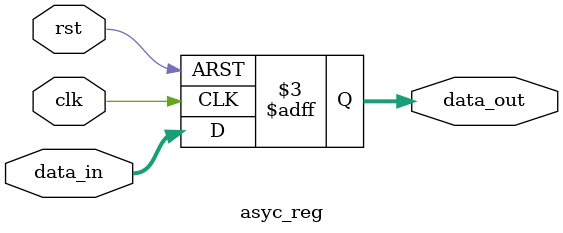
<source format=sv>
module asyc_reg(
input logic clk,
input logic[7:0] data_in,
input logic rst,
output logic [7:0]data_out
);

always_ff @(posedge clk or negedge rst)
begin

if(!rst)
data_out <= 0;
else
data_out <= data_in;
end

endmodule
</source>
